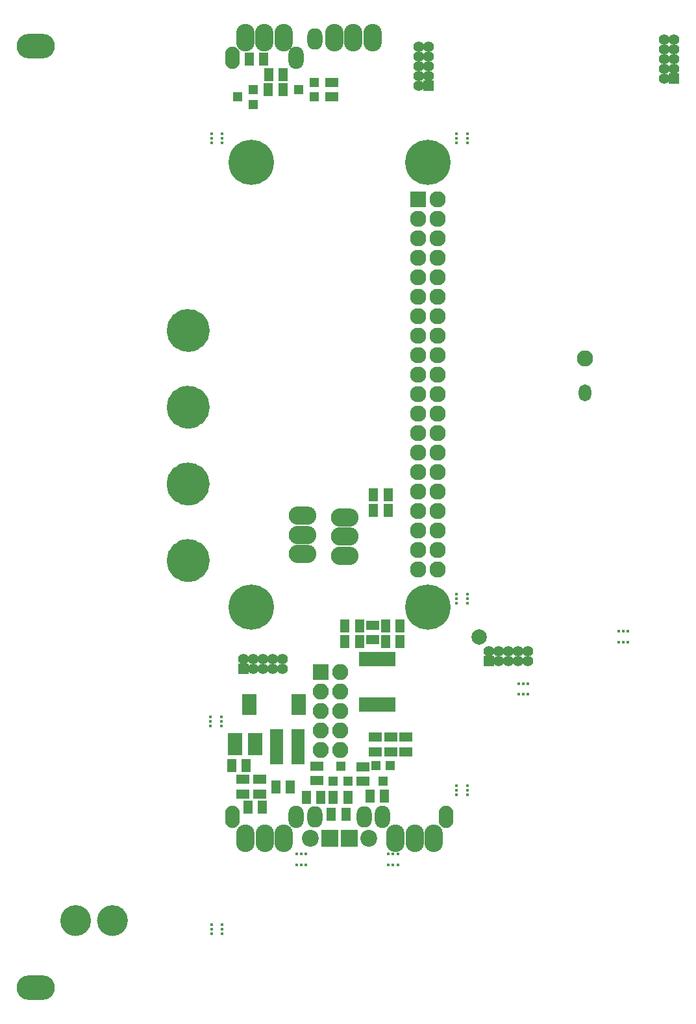
<source format=gbr>
G04 #@! TF.FileFunction,Soldermask,Bot*
%FSLAX46Y46*%
G04 Gerber Fmt 4.6, Leading zero omitted, Abs format (unit mm)*
G04 Created by KiCad (PCBNEW 4.0.6) date 2018 February 20, Tuesday 14:46:14*
%MOMM*%
%LPD*%
G01*
G04 APERTURE LIST*
%ADD10C,0.100000*%
%ADD11C,2.000000*%
%ADD12C,2.800000*%
%ADD13C,0.402000*%
%ADD14O,5.002000X3.202000*%
%ADD15R,1.900000X2.800000*%
%ADD16R,1.300000X1.700000*%
%ADD17R,2.100000X2.100000*%
%ADD18O,2.100000X2.100000*%
%ADD19R,1.400000X1.400000*%
%ADD20C,1.400000*%
%ADD21R,1.700000X1.300000*%
%ADD22R,1.200000X1.300000*%
%ADD23O,3.600000X2.400000*%
%ADD24R,1.300000X1.200000*%
%ADD25R,2.127200X2.127200*%
%ADD26O,2.127200X2.127200*%
%ADD27C,5.900000*%
%ADD28R,1.800000X4.600000*%
%ADD29R,1.960000X1.050000*%
%ADD30O,2.400000X3.600000*%
%ADD31R,0.850000X1.850000*%
%ADD32R,2.200000X2.200000*%
%ADD33C,2.200000*%
%ADD34O,1.900000X2.900000*%
%ADD35O,2.000000X2.900000*%
%ADD36O,2.000000X2.800000*%
%ADD37C,2.120000*%
%ADD38O,1.620000X2.220000*%
%ADD39C,2.000000*%
G04 APERTURE END LIST*
D10*
D11*
X-18400000Y-117000000D02*
G75*
G03X-18400000Y-117000000I-1000000J0D01*
G01*
X-13600000Y-117000000D02*
G75*
G03X-13600000Y-117000000I-1000000J0D01*
G01*
D12*
X-3305786Y-50054213D02*
G75*
G03X-3305786Y-50054213I-1414214J0D01*
G01*
X-3305786Y-70050000D02*
G75*
G03X-3305786Y-70050000I-1414214J0D01*
G01*
X-3305786Y-40045787D02*
G75*
G03X-3305786Y-40045787I-1414214J0D01*
G01*
X-3319999Y-60070000D02*
G75*
G03X-3319999Y-60070000I-1414214J0D01*
G01*
D13*
X-300000Y-118700000D03*
X-300000Y-118100000D03*
X-300000Y-117500000D03*
X-1700000Y-117500000D03*
X-1700000Y-118100000D03*
X-1700000Y-118700000D03*
X-1700000Y-14400000D03*
X-1700000Y-15000000D03*
X-1700000Y-15600000D03*
X-300000Y-15600000D03*
X-300000Y-15000000D03*
X-300000Y-14400000D03*
X51400000Y-80700000D03*
X52000000Y-80700000D03*
X52600000Y-80700000D03*
X52600000Y-79300000D03*
X52000000Y-79300000D03*
X51400000Y-79300000D03*
X38400000Y-87500000D03*
X39000000Y-87500000D03*
X39600000Y-87500000D03*
X39600000Y-86100000D03*
X39000000Y-86100000D03*
X38400000Y-86100000D03*
X30300000Y-14400000D03*
X30300000Y-15000000D03*
X30300000Y-15600000D03*
X31700000Y-15600000D03*
X31700000Y-15000000D03*
X31700000Y-14400000D03*
X30300000Y-74400000D03*
X30300000Y-75000000D03*
X30300000Y-75600000D03*
X31700000Y-75600000D03*
X31700000Y-75000000D03*
X31700000Y-74400000D03*
X30300000Y-99400000D03*
X30300000Y-100000000D03*
X30300000Y-100600000D03*
X31700000Y-100600000D03*
X31700000Y-100000000D03*
X31700000Y-99400000D03*
X21400000Y-109700000D03*
X22000000Y-109700000D03*
X22600000Y-109700000D03*
X22600000Y-108300000D03*
X22000000Y-108300000D03*
X21400000Y-108300000D03*
X-400000Y-91600000D03*
X-400000Y-91000000D03*
X-400000Y-90400000D03*
X-1800000Y-90400000D03*
X-1800000Y-91000000D03*
X-1800000Y-91600000D03*
D14*
X-24600000Y-3000000D03*
X-24600000Y-125700000D03*
D13*
X9400000Y-109700000D03*
X10000000Y-109700000D03*
X10600000Y-109700000D03*
X10600000Y-108300000D03*
X10000000Y-108300000D03*
X9400000Y-108300000D03*
D15*
X9650000Y-88800000D03*
X3250000Y-88800000D03*
D16*
X2850000Y-96750000D03*
X950000Y-96750000D03*
D17*
X12560000Y-84580000D03*
D18*
X15100000Y-84580000D03*
X12560000Y-87120000D03*
X15100000Y-87120000D03*
X12560000Y-89660000D03*
X15100000Y-89660000D03*
X12560000Y-92200000D03*
X15100000Y-92200000D03*
X12560000Y-94740000D03*
X15100000Y-94740000D03*
D19*
X26635000Y-8180000D03*
D20*
X25365000Y-8180000D03*
X26635000Y-6910000D03*
X25365000Y-6910000D03*
X25365000Y-5640000D03*
X25365000Y-4370000D03*
X26635000Y-5640000D03*
X26635000Y-4370000D03*
X25365000Y-3100000D03*
X26635000Y-3100000D03*
D21*
X21689596Y-93075000D03*
X21689596Y-94975000D03*
D16*
X12600000Y-100950000D03*
X10700000Y-100950000D03*
D22*
X16100000Y-98850000D03*
X14200000Y-98850000D03*
X15150000Y-96850000D03*
X19739596Y-96825000D03*
X21639596Y-96825000D03*
X20689596Y-98825000D03*
D16*
X19450000Y-61500000D03*
X21350000Y-61500000D03*
X19450000Y-63510000D03*
X21350000Y-63510000D03*
X13950000Y-103150000D03*
X15850000Y-103150000D03*
D21*
X23689596Y-93075000D03*
X23689596Y-94975000D03*
X19689596Y-94975000D03*
X19689596Y-93075000D03*
D16*
X16100000Y-100950000D03*
X14200000Y-100950000D03*
D21*
X12050000Y-96850000D03*
X12050000Y-98750000D03*
X18050000Y-98850000D03*
X18050000Y-96950000D03*
D19*
X2460000Y-84135000D03*
D20*
X2460000Y-82865000D03*
X3730000Y-84135000D03*
X3730000Y-82865000D03*
X5000000Y-82865000D03*
X6270000Y-82865000D03*
X5000000Y-84135000D03*
X6270000Y-84135000D03*
X7540000Y-82865000D03*
X7540000Y-84135000D03*
D23*
X15700000Y-69400000D03*
X15700000Y-66900000D03*
X15700000Y-64400000D03*
X10200000Y-69200000D03*
X10200000Y-66700000D03*
X10200000Y-64200000D03*
D24*
X3735000Y-8665000D03*
X3735000Y-10565000D03*
X1735000Y-9615000D03*
D16*
X5745000Y-8655000D03*
X7645000Y-8655000D03*
X5150000Y-4700000D03*
X3250000Y-4700000D03*
D24*
X11705000Y-7685000D03*
X11705000Y-9585000D03*
X9705000Y-8635000D03*
D21*
X14025000Y-7695000D03*
X14025000Y-9595000D03*
D16*
X7665000Y-6700000D03*
X5765000Y-6700000D03*
D25*
X25230000Y-22970000D03*
D26*
X27770000Y-22970000D03*
X25230000Y-25510000D03*
X27770000Y-25510000D03*
X25230000Y-28050000D03*
X27770000Y-28050000D03*
X25230000Y-30590000D03*
X27770000Y-30590000D03*
X25230000Y-33130000D03*
X27770000Y-33130000D03*
X25230000Y-35670000D03*
X27770000Y-35670000D03*
X25230000Y-38210000D03*
X27770000Y-38210000D03*
X25230000Y-40750000D03*
X27770000Y-40750000D03*
X25230000Y-43290000D03*
X27770000Y-43290000D03*
X25230000Y-45830000D03*
X27770000Y-45830000D03*
X25230000Y-48370000D03*
X27770000Y-48370000D03*
X25230000Y-50910000D03*
X27770000Y-50910000D03*
X25230000Y-53450000D03*
X27770000Y-53450000D03*
X25230000Y-55990000D03*
X27770000Y-55990000D03*
X25230000Y-58530000D03*
X27770000Y-58530000D03*
X25230000Y-61070000D03*
X27770000Y-61070000D03*
X25230000Y-63610000D03*
X27770000Y-63610000D03*
X25230000Y-66150000D03*
X27770000Y-66150000D03*
X25230000Y-68690000D03*
X27770000Y-68690000D03*
X25230000Y-71230000D03*
X27770000Y-71230000D03*
D27*
X26500000Y-76100000D03*
X26500000Y-18100000D03*
X3500000Y-18100000D03*
X3500000Y-76100000D03*
D28*
X9600000Y-94300000D03*
X6800000Y-94300000D03*
D21*
X2400000Y-98600000D03*
X2400000Y-100500000D03*
D16*
X6700000Y-99550000D03*
X8600000Y-99550000D03*
D21*
X4600000Y-98600000D03*
X4600000Y-100500000D03*
D29*
X4050000Y-93050000D03*
X4050000Y-94000000D03*
X4050000Y-94950000D03*
X1350000Y-94950000D03*
X1350000Y-93050000D03*
X1350000Y-94000000D03*
D30*
X27300000Y-106250000D03*
X24800000Y-106250000D03*
X22300000Y-106250000D03*
X7750000Y-106300000D03*
X5250000Y-106300000D03*
X2750000Y-106300000D03*
D16*
X17625000Y-80650000D03*
X15725000Y-80650000D03*
X15725000Y-78550000D03*
X17625000Y-78550000D03*
X20999512Y-80650000D03*
X22899512Y-80650000D03*
X22899512Y-78550000D03*
X20999512Y-78550000D03*
D31*
X17975000Y-82900000D03*
X18625000Y-82900000D03*
X19275000Y-82900000D03*
X19925000Y-82900000D03*
X20575000Y-82900000D03*
X21225000Y-82900000D03*
X21875000Y-82900000D03*
X21875000Y-88800000D03*
X21225000Y-88800000D03*
X20575000Y-88800000D03*
X19925000Y-88800000D03*
X19275000Y-88800000D03*
X18625000Y-88800000D03*
X17975000Y-88800000D03*
D21*
X19350000Y-78500000D03*
X19350000Y-80400000D03*
D32*
X16250000Y-106300000D03*
D33*
X18790000Y-106300000D03*
D32*
X13750000Y-106300000D03*
D33*
X11210000Y-106300000D03*
D16*
X19000000Y-100800000D03*
X20900000Y-100800000D03*
X4950000Y-102200000D03*
X3050000Y-102200000D03*
D34*
X28920000Y-103500000D03*
D35*
X20620000Y-103500000D03*
D36*
X18200000Y-103500000D03*
D34*
X1080000Y-4500000D03*
D35*
X9380000Y-4500000D03*
D36*
X11800000Y-2000000D03*
D34*
X1080000Y-103500000D03*
D35*
X9380000Y-103500000D03*
D36*
X11800000Y-103500000D03*
D30*
X2700000Y-1900000D03*
X5200000Y-1900000D03*
X7700000Y-1900000D03*
X14300000Y-1900000D03*
X16800000Y-1900000D03*
X19300000Y-1900000D03*
D37*
X47000000Y-43700000D03*
D38*
X47000000Y-48200000D03*
D19*
X58635000Y-7210000D03*
D20*
X57365000Y-7210000D03*
X58635000Y-5940000D03*
X57365000Y-5940000D03*
X57365000Y-4670000D03*
X57365000Y-3400000D03*
X58635000Y-4670000D03*
X58635000Y-3400000D03*
X57365000Y-2130000D03*
X58635000Y-2130000D03*
D19*
X34460000Y-83135000D03*
D20*
X34460000Y-81865000D03*
X35730000Y-83135000D03*
X35730000Y-81865000D03*
X37000000Y-81865000D03*
X38270000Y-81865000D03*
X37000000Y-83135000D03*
X38270000Y-83135000D03*
X39540000Y-81865000D03*
X39540000Y-83135000D03*
D39*
X33200000Y-80000000D03*
M02*

</source>
